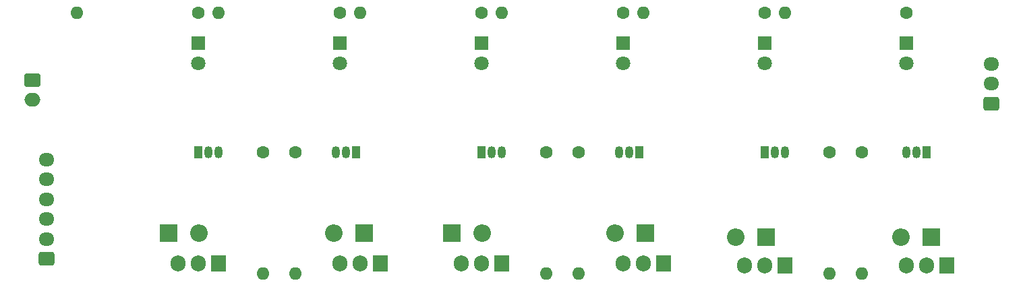
<source format=gts>
G04 #@! TF.GenerationSoftware,KiCad,Pcbnew,(6.0.2)*
G04 #@! TF.CreationDate,2022-03-10T23:04:52+00:00*
G04 #@! TF.ProjectId,ESC1,45534331-2e6b-4696-9361-645f70636258,rev?*
G04 #@! TF.SameCoordinates,Original*
G04 #@! TF.FileFunction,Soldermask,Top*
G04 #@! TF.FilePolarity,Negative*
%FSLAX46Y46*%
G04 Gerber Fmt 4.6, Leading zero omitted, Abs format (unit mm)*
G04 Created by KiCad (PCBNEW (6.0.2)) date 2022-03-10 23:04:52*
%MOMM*%
%LPD*%
G01*
G04 APERTURE LIST*
G04 Aperture macros list*
%AMRoundRect*
0 Rectangle with rounded corners*
0 $1 Rounding radius*
0 $2 $3 $4 $5 $6 $7 $8 $9 X,Y pos of 4 corners*
0 Add a 4 corners polygon primitive as box body*
4,1,4,$2,$3,$4,$5,$6,$7,$8,$9,$2,$3,0*
0 Add four circle primitives for the rounded corners*
1,1,$1+$1,$2,$3*
1,1,$1+$1,$4,$5*
1,1,$1+$1,$6,$7*
1,1,$1+$1,$8,$9*
0 Add four rect primitives between the rounded corners*
20,1,$1+$1,$2,$3,$4,$5,0*
20,1,$1+$1,$4,$5,$6,$7,0*
20,1,$1+$1,$6,$7,$8,$9,0*
20,1,$1+$1,$8,$9,$2,$3,0*%
G04 Aperture macros list end*
%ADD10R,1.800000X1.800000*%
%ADD11C,1.800000*%
%ADD12R,1.905000X2.000000*%
%ADD13O,1.905000X2.000000*%
%ADD14C,1.600000*%
%ADD15O,1.600000X1.600000*%
%ADD16RoundRect,0.250000X-0.750000X0.600000X-0.750000X-0.600000X0.750000X-0.600000X0.750000X0.600000X0*%
%ADD17O,2.000000X1.700000*%
%ADD18R,1.050000X1.500000*%
%ADD19O,1.050000X1.500000*%
%ADD20R,2.200000X2.200000*%
%ADD21O,2.200000X2.200000*%
%ADD22RoundRect,0.250000X0.725000X-0.600000X0.725000X0.600000X-0.725000X0.600000X-0.725000X-0.600000X0*%
%ADD23O,1.950000X1.700000*%
G04 APERTURE END LIST*
D10*
X135128000Y-25979000D03*
D11*
X135128000Y-28519000D03*
D12*
X119888000Y-53919000D03*
D13*
X117348000Y-53919000D03*
X114808000Y-53919000D03*
D12*
X140208000Y-53919000D03*
D13*
X137668000Y-53919000D03*
X135128000Y-53919000D03*
D14*
X64008000Y-22169000D03*
D15*
X48768000Y-22169000D03*
D16*
X25400000Y-30591000D03*
D17*
X25400000Y-33091000D03*
D18*
X137668000Y-39695000D03*
D19*
X136398000Y-39695000D03*
X135128000Y-39695000D03*
D12*
X84328000Y-53594000D03*
D13*
X81788000Y-53594000D03*
X79248000Y-53594000D03*
D18*
X101600000Y-39624000D03*
D19*
X100330000Y-39624000D03*
X99060000Y-39624000D03*
D12*
X69088000Y-53594000D03*
D13*
X66548000Y-53594000D03*
X64008000Y-53594000D03*
D20*
X102362000Y-49855000D03*
D21*
X98552000Y-49855000D03*
D20*
X78068818Y-49855000D03*
D21*
X81878818Y-49855000D03*
D18*
X46228000Y-39624000D03*
D19*
X47498000Y-39624000D03*
X48768000Y-39624000D03*
D22*
X145779000Y-33559000D03*
D23*
X145779000Y-31059000D03*
X145779000Y-28559000D03*
D14*
X129540000Y-39695000D03*
D15*
X129540000Y-54935000D03*
D14*
X81788000Y-22169000D03*
D15*
X66548000Y-22169000D03*
D14*
X93980000Y-39624000D03*
D15*
X93980000Y-54864000D03*
D12*
X104648000Y-53594000D03*
D13*
X102108000Y-53594000D03*
X99568000Y-53594000D03*
D18*
X66040000Y-39695000D03*
D19*
X64770000Y-39695000D03*
X63500000Y-39695000D03*
D14*
X46228000Y-22169000D03*
D15*
X30988000Y-22169000D03*
D18*
X117348000Y-39624000D03*
D19*
X118618000Y-39624000D03*
X119888000Y-39624000D03*
D18*
X81788000Y-39624000D03*
D19*
X83058000Y-39624000D03*
X84328000Y-39624000D03*
D14*
X54356000Y-39624000D03*
D15*
X54356000Y-54864000D03*
D10*
X64008000Y-25979000D03*
D11*
X64008000Y-28519000D03*
D20*
X138266818Y-50363000D03*
D21*
X134456818Y-50363000D03*
D12*
X48768000Y-53594000D03*
D13*
X46228000Y-53594000D03*
X43688000Y-53594000D03*
D14*
X58420000Y-39624000D03*
D15*
X58420000Y-54864000D03*
D20*
X117511183Y-50363000D03*
D21*
X113701183Y-50363000D03*
D14*
X117348000Y-22169000D03*
D15*
X102108000Y-22169000D03*
D10*
X117348000Y-25979000D03*
D11*
X117348000Y-28519000D03*
D14*
X99568000Y-22169000D03*
D15*
X84328000Y-22169000D03*
D14*
X125476000Y-39624000D03*
D15*
X125476000Y-54864000D03*
D10*
X99568000Y-25979000D03*
D11*
X99568000Y-28519000D03*
D22*
X27178000Y-53057000D03*
D23*
X27178000Y-50557000D03*
X27178000Y-48057000D03*
X27178000Y-45557000D03*
X27178000Y-43057000D03*
X27178000Y-40557000D03*
D14*
X135128000Y-22169000D03*
D15*
X119888000Y-22169000D03*
D14*
X89916000Y-39624000D03*
D15*
X89916000Y-54864000D03*
D20*
X42508818Y-49855000D03*
D21*
X46318818Y-49855000D03*
D10*
X46228000Y-25979000D03*
D11*
X46228000Y-28519000D03*
D20*
X67056000Y-49855000D03*
D21*
X63246000Y-49855000D03*
D10*
X81788000Y-25979000D03*
D11*
X81788000Y-28519000D03*
M02*

</source>
